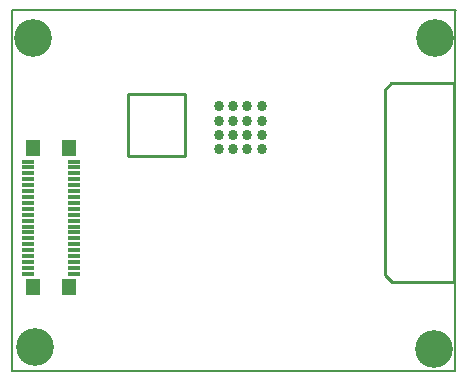
<source format=gbs>
%FSLAX25Y25*%
%MOIN*%
G70*
G01*
G75*
G04 Layer_Color=16711935*
%ADD10R,0.11811X0.08268*%
%ADD11R,0.05118X0.03150*%
%ADD12R,0.01969X0.01969*%
%ADD13R,0.01969X0.01969*%
%ADD14R,0.19291X0.19291*%
%ADD15O,0.01378X0.03740*%
%ADD16O,0.03740X0.01378*%
%ADD17R,0.07087X0.07480*%
%ADD18R,0.09055X0.07480*%
%ADD19R,0.01575X0.05512*%
%ADD20R,0.04134X0.05118*%
%ADD21R,0.03150X0.06693*%
%ADD22R,0.02559X0.05315*%
%ADD23R,0.02756X0.01181*%
%ADD24R,0.03504X0.06299*%
%ADD25R,0.03740X0.03740*%
%ADD26R,0.01969X0.02362*%
%ADD27R,0.02362X0.01969*%
%ADD28C,0.01000*%
%ADD29C,0.01575*%
%ADD30C,0.03543*%
%ADD31C,0.03150*%
%ADD32C,0.00787*%
%ADD33C,0.02165*%
%ADD34C,0.11811*%
%ADD35C,0.02598*%
%ADD36R,0.04724X0.05315*%
%ADD37R,0.03937X0.01378*%
%ADD38R,0.19600X0.21400*%
%ADD39C,0.00984*%
%ADD40C,0.00394*%
%ADD41C,0.00591*%
%ADD42C,0.00709*%
%ADD43C,0.00276*%
%ADD44C,0.00291*%
%ADD45R,0.12611X0.09068*%
%ADD46R,0.05918X0.03950*%
%ADD47R,0.02769X0.02769*%
%ADD48R,0.02769X0.02769*%
%ADD49R,0.20091X0.20091*%
%ADD50O,0.02178X0.04540*%
%ADD51O,0.04540X0.02178*%
%ADD52R,0.07887X0.08280*%
%ADD53R,0.09855X0.08280*%
%ADD54R,0.02375X0.06312*%
%ADD55R,0.04934X0.05918*%
%ADD56R,0.03950X0.07493*%
%ADD57R,0.03359X0.06115*%
%ADD58R,0.03386X0.01811*%
%ADD59R,0.04134X0.06929*%
%ADD60R,0.04540X0.04540*%
%ADD61R,0.02769X0.03162*%
%ADD62R,0.03162X0.02769*%
%ADD63C,0.12611*%
%ADD64R,0.05039X0.05630*%
%ADD65R,0.04252X0.01693*%
%ADD66C,0.03398*%
D28*
X124100Y31800D02*
Y93700D01*
X126200Y95800D01*
X147200D01*
Y29500D02*
Y95800D01*
X126400Y29500D02*
X147200D01*
X124100Y31800D02*
X126400Y29500D01*
X38705Y92264D02*
X39689D01*
X38705Y71595D02*
Y92264D01*
Y71595D02*
X39689D01*
X57406D01*
Y72579D01*
Y92264D01*
X39689D02*
X57406D01*
D32*
X0Y120100D02*
X147800D01*
X147638Y0D02*
Y120100D01*
X0Y0D02*
X147638D01*
X0D02*
Y120100D01*
D63*
X7480Y7874D02*
D03*
X140551Y7087D02*
D03*
X6791Y111024D02*
D03*
X140748D02*
D03*
D64*
X18781Y74359D02*
D03*
X6970D02*
D03*
Y27804D02*
D03*
X18781D02*
D03*
D65*
X20651Y32331D02*
D03*
Y34300D02*
D03*
Y36268D02*
D03*
Y38237D02*
D03*
Y40205D02*
D03*
Y42174D02*
D03*
Y44142D02*
D03*
Y46111D02*
D03*
Y48079D02*
D03*
Y50048D02*
D03*
Y52017D02*
D03*
Y53985D02*
D03*
Y55954D02*
D03*
Y57922D02*
D03*
Y59891D02*
D03*
Y61859D02*
D03*
Y63828D02*
D03*
Y65796D02*
D03*
Y67765D02*
D03*
Y69733D02*
D03*
X5100Y69733D02*
D03*
Y67765D02*
D03*
Y65796D02*
D03*
Y63828D02*
D03*
Y61859D02*
D03*
Y59891D02*
D03*
Y57922D02*
D03*
Y55954D02*
D03*
Y53985D02*
D03*
Y52017D02*
D03*
Y50048D02*
D03*
Y48079D02*
D03*
Y46111D02*
D03*
Y44142D02*
D03*
Y42174D02*
D03*
Y40205D02*
D03*
Y38237D02*
D03*
Y36268D02*
D03*
Y34300D02*
D03*
Y32331D02*
D03*
D66*
X83087Y73913D02*
D03*
X78362D02*
D03*
X73638D02*
D03*
X68913D02*
D03*
X83087Y78638D02*
D03*
X78362D02*
D03*
X73638D02*
D03*
X68913D02*
D03*
X83087Y83362D02*
D03*
X78362D02*
D03*
X73638D02*
D03*
X68913D02*
D03*
X83087Y88087D02*
D03*
X78362D02*
D03*
X73638D02*
D03*
X68913D02*
D03*
M02*

</source>
